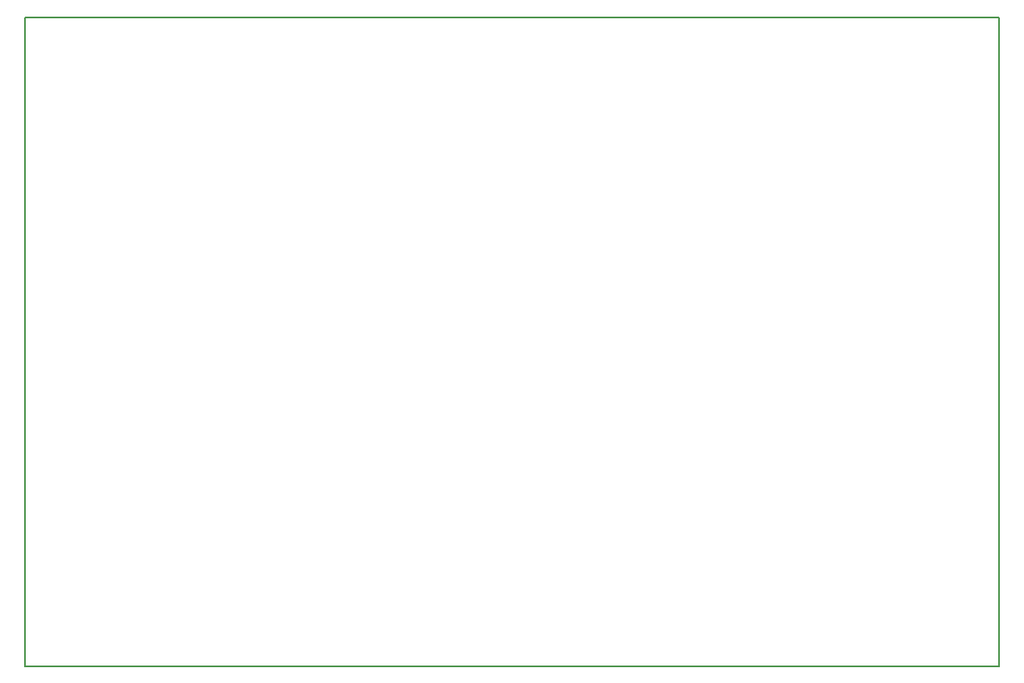
<source format=gm1>
%TF.GenerationSoftware,KiCad,Pcbnew,4.0.7*%
%TF.CreationDate,2017-09-17T22:44:10+02:00*%
%TF.ProjectId,TMS9929_RGB_Adapter,544D53393932395F5247425F41646170,0*%
%TF.FileFunction,Profile,NP*%
%FSLAX46Y46*%
G04 Gerber Fmt 4.6, Leading zero omitted, Abs format (unit mm)*
G04 Created by KiCad (PCBNEW 4.0.7) date 09/17/17 22:44:10*
%MOMM*%
%LPD*%
G01*
G04 APERTURE LIST*
%ADD10C,0.101600*%
%ADD11C,0.150000*%
G04 APERTURE END LIST*
D10*
D11*
X99060000Y0D02*
X99060000Y66040000D01*
X0Y0D02*
X0Y66040000D01*
X99060000Y0D02*
X0Y0D01*
X0Y66040000D02*
X99060000Y66040000D01*
M02*

</source>
